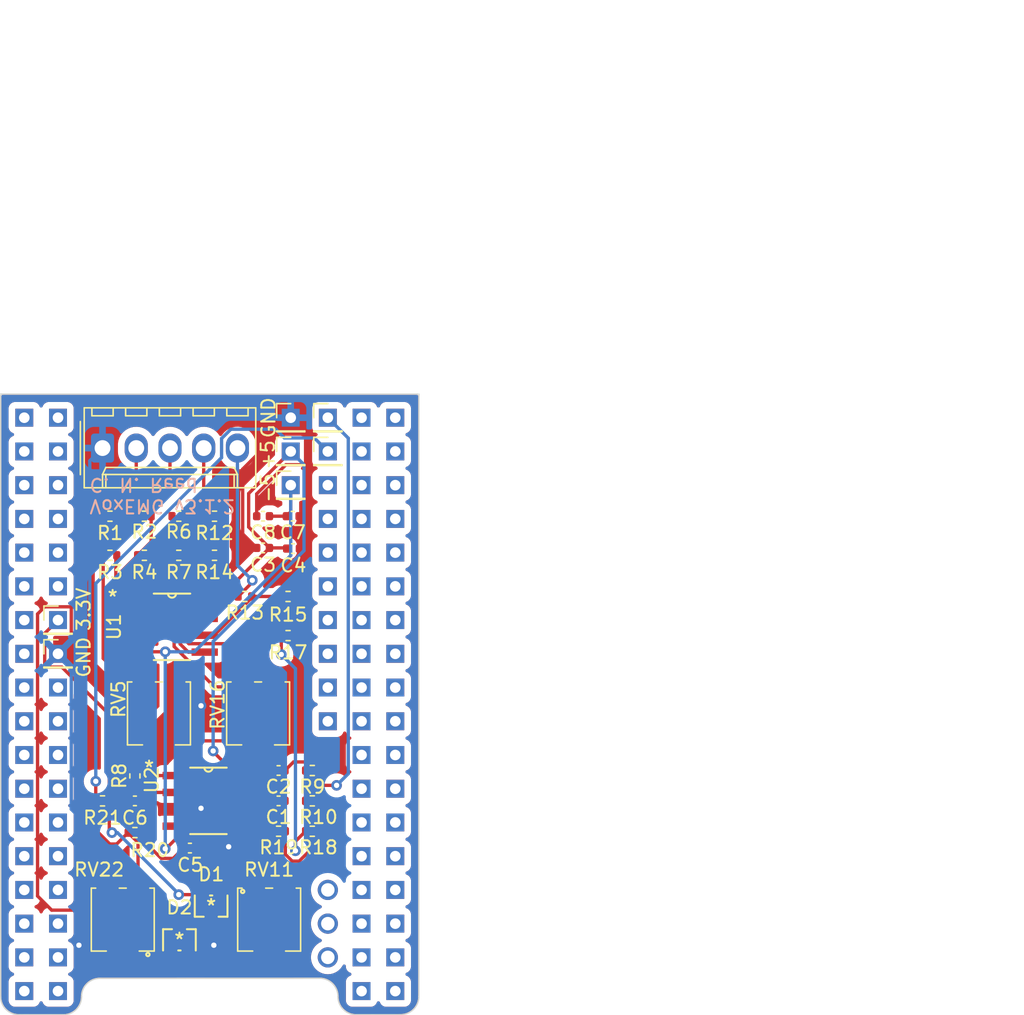
<source format=kicad_pcb>
(kicad_pcb (version 20221018) (generator pcbnew)
  (layers (0 "F.Cu" signal) (31 "B.Cu" signal) (34 "B.Paste" user) (35 "F.Paste" user) (36 "B.SilkS" user "B.Silkscreen") (37 "F.SilkS" user "F.Silkscreen") (38 "B.Mask" user) (39 "F.Mask" user) (44 "Edge.Cuts" user))
  (net 0 "")
  (net 1 "Net-(C1-Pad2)")
  (net 2 "Net-(U2A--)")
  (net 3 "Net-(C2-Pad1)")
  (net 4 "GND")
  (net 5 "Net-(U2B--)")
  (net 6 "Net-(C5-Pad2)")
  (net 7 "Net-(C6-Pad1)")
  (net 8 "Out-A")
  (net 9 "+3.3V")
  (net 10 "Out-B")
  (net 11 "/End-Muscle-A")
  (net 12 "/Mid-Muscle-A")
  (net 13 "/Mid-Muscle-B")
  (net 14 "/End-Muscle-B")
  (net 15 "Net-(U1A-+)")
  (net 16 "Net-(U1A--)")
  (net 17 "Net-(R3-Pad2)")
  (net 18 "Net-(R4-Pad1)")
  (net 19 "Net-(R6-Pad1)")
  (net 20 "Net-(U1B-+)")
  (net 21 "Net-(U1B--)")
  (net 22 "Net-(R14-Pad2)")
  (net 23 "Net-(R15-Pad1)")
  (net 24 "Net-(R17-Pad1)")
  (net 25 "+5V")
  (net 26 "-5V")
  (footprint "Resistor_SMD:R_0402_1005Metric" (layer "F.Cu") (at 148.59 108.966 180)
    (fp_text reference "R10")
    (fp_text value "100kΩ")
  )
  (footprint "Resistor_SMD:R_0402_1005Metric" (layer "F.Cu") (at 133.352 87.5284)
    (fp_text reference "R1")
    (fp_text value "10kΩ")
  )
  (footprint "" (layer "F.Cu") (at 154.8384 120.7516)
    (fp_text reference "")
    (fp_text value "")
  )
  (footprint "Resistor_SMD:R_0402_1005Metric" (layer "F.Cu") (at 141.224 87.5284)
    (fp_text reference "R12")
    (fp_text value "10kΩ")
  )
  (footprint "" (layer "F.Cu") (at 149.7584 85.1916)
    (fp_text reference "")
    (fp_text value "")
  )
  (footprint "Resistor_SMD:R_0402_1005Metric" (layer "F.Cu") (at 143.512 93.5736 180)
    (fp_text reference "R13")
    (fp_text value "10kΩ")
  )
  (footprint "Capacitor_SMD:C_0402_1005Metric" (layer "F.Cu") (at 135.2296 108.968)
    (fp_text reference "C6")
    (fp_text value "10uF")
  )
  (footprint "Resistor_SMD:R_0402_1005Metric" (layer "F.Cu") (at 132.7912 108.968 180)
    (fp_text reference "R21")
    (fp_text value "100kΩ")
  )
  (footprint "" (layer "F.Cu") (at 152.2984 85.1916)
    (fp_text reference "")
    (fp_text value "")
  )
  (footprint "Resistor_SMD:R_0402_1005Metric" (layer "F.Cu") (at 135.2296 107.0884 90)
    (fp_text reference "R8")
    (fp_text value "150kΩ")
  )
  (footprint "Potentiometer_SMD:Potentiometer_Bourns_3314J_Vertical" (layer "F.Cu") (at 145.3388 117.9068)
    (fp_text reference "RV11")
    (fp_text value "100kΩ")
  )
  (footprint "Resistor_SMD:R_0402_1005Metric" (layer "F.Cu") (at 138.5336 90.4748 180)
    (fp_text reference "R7")
    (fp_text value "10kΩ")
  )
  (footprint "" (layer "F.Cu") (at 126.8984 118.2116)
    (fp_text reference "")
    (fp_text value "")
  )
  (footprint "" (layer "F.Cu") (at 129.4384 92.8116)
    (fp_text reference "")
    (fp_text value "")
  )
  (footprint "" (layer "F.Cu") (at 126.8984 123.2916)
    (fp_text reference "")
    (fp_text value "")
  )
  (footprint "" (layer "F.Cu") (at 154.8384 108.0516)
    (fp_text reference "")
    (fp_text value "")
  )
  (footprint "" (layer "F.Cu") (at 152.2984 108.0516)
    (fp_text reference "")
    (fp_text value "")
  )
  (footprint "" (layer "F.Cu") (at 149.7584 115.6716)
    (fp_text reference "")
    (fp_text value "")
  )
  (footprint "BAS4004W:BAS40-04W" (layer "F.Cu") (at 140.97 116.8908 180)
    (fp_text reference "D1")
    (fp_text value "D_Schottky_x2_Serial_AKC" hide)
  )
  (footprint "" (layer "F.Cu") (at 152.2984 80.1116)
    (fp_text reference "")
    (fp_text value "")
  )
  (footprint "OPA1612AID:OPA1612AID" (layer "F.Cu") (at 138.0236 95.8596)
    (fp_text reference "U1")
    (fp_text value "OPA1612AID" hide)
  )
  (footprint "Resistor_SMD:R_0402_1005Metric" (layer "F.Cu") (at 148.59 111.254 180)
    (fp_text reference "R18")
    (fp_text value "10kΩ")
  )
  (footprint "Connector_PinHeader_2.00mm:PinHeader_1x01_P2.00mm_Vertical" (layer "F.Cu") (at 146.9644 82.6516)
    (fp_text reference "+5")
    (fp_text value "+5V")
  )
  (footprint "" (layer "F.Cu") (at 126.8984 115.6716)
    (fp_text reference "")
    (fp_text value "")
  )
  (footprint "" (layer "F.Cu") (at 154.8384 100.4316)
    (fp_text reference "")
    (fp_text value "")
  )
  (footprint "" (layer "F.Cu") (at 126.8984 82.6516)
    (fp_text reference "")
    (fp_text value "")
  )
  (footprint "Resistor_SMD:R_0402_1005Metric" (layer "F.Cu") (at 135.9428 90.4748 180)
    (fp_text reference "R4")
    (fp_text value "100kΩ")
  )
  (footprint "Capacitor_SMD:C_0402_1005Metric" (layer "F.Cu") (at 146.05 106.678 180)
    (fp_text reference "C2")
    (fp_text value "10uF")
  )
  (footprint "Connector_PinHeader_2.00mm:PinHeader_1x01_P2.00mm_Vertical" (layer "F.Cu") (at 129.4384 97.8916)
    (fp_text reference "GND")
    (fp_text value "BelaGND")
  )
  (footprint "" (layer "F.Cu") (at 126.8984 100.4316)
    (fp_text reference "")
    (fp_text value "")
  )
  (footprint "Resistor_SMD:R_0402_1005Metric" (layer "F.Cu") (at 141.224 90.4748 180)
    (fp_text reference "R14")
    (fp_text value "100kΩ")
  )
  (footprint "" (layer "F.Cu") (at 129.4384 80.1116)
    (fp_text reference "")
    (fp_text value "")
  )
  (footprint "Resistor_SMD:R_0402_1005Metric" (layer "F.Cu") (at 146.7632 93.5736 180)
    (fp_text reference "R15")
    (fp_text value "100kΩ")
  )
  (footprint "" (layer "F.Cu") (at 154.8384 118.2116)
    (fp_text reference "")
    (fp_text value "")
  )
  (footprint "Capacitor_SMD:C_0402_1005Metric" (layer "F.Cu") (at 147.1396 89.9668 180)
    (fp_text reference "C4")
    (fp_text value "0.1uF")
  )
  (footprint "" (layer "F.Cu") (at 129.4384 87.7316)
    (fp_text reference "")
    (fp_text value "")
  )
  (footprint "Capacitor_SMD:C_0402_1005Metric" (layer "F.Cu") (at 146.05 108.966)
    (fp_text reference "C1")
    (fp_text value "2nF")
  )
  (footprint "Resistor_SMD:R_0402_1005Metric" (layer "F.Cu") (at 138.5356 87.5284 180)
    (fp_text reference "R6")
    (fp_text value "100Ω")
  )
  (footprint "" (layer "F.Cu") (at 149.7584 90.2716)
    (fp_text reference "")
    (fp_text value "")
  )
  (footprint "" (layer "F.Cu") (at 152.2984 123.2916)
    (fp_text reference "")
    (fp_text value "")
  )
  (footprint "" (layer "F.Cu") (at 154.8384 123.2916)
    (fp_text reference "")
    (fp_text value "")
  )
  (footprint "" (layer "F.Cu") (at 126.8984 92.8116)
    (fp_text reference "")
    (fp_text value "")
  )
  (footprint "" (layer "F.Cu") (at 149.7584 102.9716)
    (fp_text reference "")
    (fp_text value "")
  )
  (footprint "Connector_PinHeader_2.00mm:PinHeader_1x01_P2.00mm_Vertical" (layer "F.Cu") (at 146.9644 80.1116)
    (fp_text reference "GND")
    (fp_text value "BatteryGND")
  )
  (footprint "" (layer "F.Cu") (at 126.8984 120.7516)
    (fp_text reference "")
    (fp_text value "")
  )
  (footprint "" (layer "F.Cu") (at 152.2984 95.3516)
    (fp_text reference "")
    (fp_text value "")
  )
  (footprint "" (layer "F.Cu") (at 152.2984 110.5916)
    (fp_text reference "")
    (fp_text value "")
  )
  (footprint "" (layer "F.Cu") (at 152.2984 90.2716)
    (fp_text reference "")
    (fp_text value "")
  )
  (footprint "" (layer "F.Cu") (at 152.2984 115.6716)
    (fp_text reference "")
    (fp_text value "")
  )
  (footprint "Resistor_SMD:R_0402_1005Metric" (layer "F.Cu") (at 135.9428 87.5284 180)
    (fp_text reference "R2")
    (fp_text value "10kΩ")
  )
  (footprint "" (layer "F.Cu") (at 152.2984 82.6516)
    (fp_text reference "")
    (fp_text value "")
  )
  (footprint "" (layer "F.Cu") (at 154.8384 92.8116)
    (fp_text reference "")
    (fp_text value "")
  )
  (footprint "Potentiometer_SMD:Potentiometer_Bourns_3314J_Vertical" (layer "F.Cu") (at 144.5076 102.3808)
    (fp_text reference "RV16")
    (fp_text value "500Ω")
  )
  (footprint "" (layer "F.Cu") (at 126.8984 113.1316)
    (fp_text reference "")
    (fp_text value "")
  )
  (footprint "" (layer "F.Cu") (at 126.8984 90.2716)
    (fp_text reference "")
    (fp_text value "")
  )
  (footprint "" (layer "F.Cu") (at 149.7584 95.3516)
    (fp_text reference "")
    (fp_text value "")
  )
  (footprint "Resistor_SMD:R_0402_1005Metric" (layer "F.Cu") (at 146.05 111.252 180)
    (fp_text reference "R19")
    (fp_text value "150kΩ")
  )
  (footprint "Connector_Molex:Molex_KK-254_AE-6410-05A_1x05_P2.54mm_Vertical" (layer "F.Cu") (at 132.7912 82.3976)
    (fp_text reference "J1" hide)
    (fp_text value "Conn_01x03_Female")
  )
  (footprint "" (layer "F.Cu") (at 149.7584 118.2116)
    (fp_text reference "")
    (fp_text value "")
  )
  (footprint "Potentiometer_SMD:Potentiometer_Bourns_3314J_Vertical" (layer "F.Cu") (at 137.04 102.3808)
    (fp_text reference "RV5")
    (fp_text value "500Ω")
  )
  (footprint "" (layer "F.Cu") (at 152.2984 97.8916)
    (fp_text reference "")
    (fp_text value "")
  )
  (footprint "" (layer "F.Cu") (at 154.8384 97.8916)
    (fp_text reference "")
    (fp_text value "")
  )
  (footprint "" (layer "F.Cu") (at 154.8384 87.7316)
    (fp_text reference "")
    (fp_text value "")
  )
  (footprint "" (layer "F.Cu") (at 152.2984 102.9716)
    (fp_text reference "")
    (fp_text value "")
  )
  (footprint "" (layer "F.Cu") (at 129.4384 123.2916)
    (fp_text reference "")
    (fp_text value "")
  )
  (footprint "" (layer "F.Cu") (at 154.8384 82.6516)
    (fp_text reference "")
    (fp_text value "")
  )
  (footprint "" (layer "F.Cu") (at 129.4384 120.7516)
    (fp_text reference "")
    (fp_text value "")
  )
  (footprint "Resistor_SMD:R_0402_1005Metric" (layer "F.Cu") (at 133.352 90.4748 180)
    (fp_text reference "R3")
    (fp_text value "100kΩ")
  )
  (footprint "" (layer "F.Cu") (at 126.8984 105.5116)
    (fp_text reference "")
    (fp_text value "")
  )
  (footprint "" (layer "F.Cu") (at 126.8984 95.3516)
    (fp_text reference "")
    (fp_text value "")
  )
  (footprint "" (layer "F.Cu") (at 154.8384 85.1916)
    (fp_text reference "")
    (fp_text value "")
  )
  (footprint "" (layer "F.Cu") (at 154.8384 110.5916)
    (fp_text reference "")
    (fp_text value "")
  )
  (footprint "" (layer "F.Cu") (at 126.8984 108.0516)
    (fp_text reference "")
    (fp_text value "")
  )
  (footprint "" (layer "F.Cu") (at 129.4384 115.6716)
    (fp_text reference "")
    (fp_text value "")
  )
  (footprint "" (layer "F.Cu") (at 149.7584 87.7316)
    (fp_text reference "")
    (fp_text value "")
  )
  (footprint "" (layer "F.Cu") (at 129.4384 118.2116)
    (fp_text reference "")
    (fp_text value "")
  )
  (footprint "" (layer "F.Cu") (at 129.4384 102.9716)
    (fp_text reference "")
    (fp_text value "")
  )
  (footprint "" (layer "F.Cu") (at 126.8984 110.5916)
    (fp_text reference "")
    (fp_text value "")
  )
  (footprint "" (layer "F.Cu") (at 154.8384 80.1116)
    (fp_text reference "")
    (fp_text value "")
  )
  (footprint "" (layer "F.Cu") (at 152.2984 92.8116)
    (fp_text reference "")
    (fp_text value "")
  )
  (footprint "Resistor_SMD:R_0402_1005Metric" (layer "F.Cu") (at 148.59 106.68 180)
    (fp_text reference "R9")
    (fp_text value "1kΩ")
  )
  (footprint "" (layer "F.Cu") (at 154.8384 115.6716)
    (fp_text reference "")
    (fp_text value "")
  )
  (footprint "" (layer "F.Cu") (at 129.4384 82.6516)
    (fp_text reference "")
    (fp_text value "")
  )
  (footprint "" (layer "F.Cu") (at 152.2984 113.1316)
    (fp_text reference "")
    (fp_text value "")
  )
  (footprint "" (layer "F.Cu") (at 152.2984 87.7316)
    (fp_text reference "")
    (fp_text value "")
  )
  (footprint "BAS4004W:BAS40-04W" (layer "F.Cu") (at 138.5824 119.4308)
    (fp_text reference "D2")
    (fp_text value "D_Schottky_x2_Serial_AKC" hide)
  )
  (footprint "Resistor_SMD:R_0402_1005Metric" (layer "F.Cu") (at 135.2296 111.3556 180)
    (fp_text reference "R20")
    (fp_text value "1kΩ")
  )
  (footprint "" (layer "F.Cu") (at 154.8384 90.2716)
    (fp_text reference "")
    (fp_text value "")
  )
  (footprint "" (layer "F.Cu") (at 154.8384 102.9716)
    (fp_text reference "")
    (fp_text value "")
  )
  (footprint "" (layer "F.Cu") (at 129.4384 105.5116)
    (fp_text reference "")
    (fp_text value "")
  )
  (footprint "" (layer "F.Cu") (at 149.7584 120.7516)
    (fp_text reference "")
    (fp_text value "")
  )
  (footprint "" (layer "F.Cu") (at 129.4384 100.4316)
    (fp_text reference "")
    (fp_text value "")
  )
  (footprint "" (layer "F.Cu") (at 129.4384 108.0516)
    (fp_text reference "")
    (fp_text value "")
  )
  (footprint "" (layer "F.Cu") (at 126.8984 97.8916)
    (fp_text reference "")
    (fp_text value "")
  )
  (footprint "" (layer "F.Cu") (at 152.2984 105.5116)
    (fp_text reference "")
    (fp_text value "")
  )
  (footprint "Connector_PinHeader_2.00mm:PinHeader_1x01_P2.00mm_Vertical" (layer "F.Cu") (at 146.9644 85.1916)
    (fp_text reference "-5")
    (fp_text value "-5V")
  )
  (footprint "" (layer "F.Cu") (at 154.8384 113.1316)
    (fp_text reference "")
    (fp_text value "")
  )
  (footprint "" (layer "F.Cu") (at 129.4384 110.5916)
    (fp_text reference "")
    (fp_text value "")
  )
  (footprint "Capacitor_SMD:C_0402_1005Metric" (layer "F.Cu") (at 144.8816 87.5284)
    (fp_text reference "C8")
    (fp_text value "0.1uF")
  )
  (footprint "" (layer "F.Cu") (at 152.2984 120.7516)
    (fp_text reference "")
    (fp_text value "")
  )
  (footprint "" (layer "F.Cu") (at 152.2984 100.4316)
    (fp_text reference "")
    (fp_text value "")
  )
  (footprint "" (layer "F.Cu") (at 149.7584 100.4316)
    (fp_text reference "")
    (fp_text value "")
  )
  (footprint "Potentiometer_SMD:Potentiometer_Bourns_3314J_Vertical" (layer "F.Cu") (at 134.3152 117.9068)
    (fp_text reference "RV22")
    (fp_text value "100kΩ")
  )
  (footprint "OPA1612AID:OPA1612AID" (layer "F.Cu") (at 140.7668 108.966)
    (fp_text reference "U2")
    (fp_text value "OPA1612AID" hide)
  )
  (footprint "" (layer "F.Cu") (at 152.2984 118.2116)
    (fp_text reference "")
    (fp_text value "")
  )
  (footprint "Capacitor_SMD:C_0402_1005Metric" (layer "F.Cu") (at 147.1168 87.5284 180)
    (fp_text reference "C7")
    (fp_text value "10uF")
  )
  (footprint "Resistor_SMD:R_0402_1005Metric" (layer "F.Cu") (at 146.7632 96.52)
    (fp_text reference "R17")
    (fp_text value "100Ω")
  )
  (footprint "" (layer "F.Cu") (at 149.7584 97.8916)
    (fp_text reference "")
    (fp_text value "")
  )
  (footprint "" (layer "F.Cu") (at 126.8984 80.1116)
    (fp_text reference "")
    (fp_text value "")
  )
  (footprint "" (layer "F.Cu") (at 129.4384 113.1316)
    (fp_text reference "")
    (fp_text value "")
  )
  (footprint "" (layer "F.Cu") (at 154.8384 95.3516)
    (fp_text reference "")
    (fp_text value "")
  )
  (footprint "" (layer "F.Cu") (at 129.4384 85.1916)
    (fp_text reference "")
    (fp_text value "")
  )
  (footprint "Capacitor_SMD:C_0402_1005Metric" (layer "F.Cu") (at 144.8816 89.916 180)
    (fp_text reference "C3")
    (fp_text value "10uF")
  )
  (footprint "Connector_PinHeader_2.00mm:PinHeader_1x01_P2.00mm_Vertical" (layer "F.Cu") (at 149.7584 82.6516)
    (fp_text reference "J6" hide)
    (fp_text value "Out-B")
  )
  (footprint "" (layer "F.Cu") (at 149.7584 92.8116)
    (fp_text reference "")
    (fp_text value "")
  )
  (footprint "Capacitor_SMD:C_0402_1005Metric" (layer "F.Cu") (at 139.3724 112.522 180)
    (fp_text reference "C5")
    (fp_text value "2.2nF")
  )
  (footprint "" (layer "F.Cu") (at 126.8984 102.9716)
    (fp_text reference "")
    (fp_text value "")
  )
  (footprint "Connector_PinHeader_2.00mm:PinHeader_1x01_P2.00mm_Vertical" (layer "F.Cu") (at 149.7584 80.1116)
    (fp_text reference "J5" hide)
    (fp_text value "Out-A")
  )
  (footprint "" (layer "F.Cu") (at 129.4384 90.2716)
    (fp_text reference "")
    (fp_text value "")
  )
  (footprint "" (layer "F.Cu") (at 126.8984 85.1916)
    (fp_text reference "")
    (fp_text value "")
  )
  (footprint "" (layer "F.Cu") (at 126.8984 87.7316)
    (fp_text reference "")
    (fp_text value "")
  )
  (footprint "Connector_PinHeader_2.00mm:PinHeader_1x01_P2.00mm_Vertical" (layer "F.Cu") (at 129.4384 95.3516)
    (fp_text reference "3.3V")
    (fp_text value "+3.3V")
  )
  (footprint "" (layer "F.Cu") (at 154.8384 105.5116)
    (fp_text reference "")
    (fp_text value "")
  )
  (gr_line (start 125.1204 78.3336) (end 156.6164 78.3336) (stroke (width 0.1)) (layer "Edge.Cuts"))
  (gr_arc (start 131.211732 123.702668) (mid 131.613464 122.7328) (end 132.583332 122.331068) (stroke (width 0.1)) (layer "Edge.Cuts"))
  (gr_line (start 125.1204 123.698) (end 125.1204 78.3336) (stroke (width 0.1)) (layer "Edge.Cuts"))
  (gr_arc (start 131.211732 123.702668) (mid 130.81 124.672536) (end 129.840132 125.074268) (stroke (width 0.1)) (layer "Edge.Cuts"))
  (gr_arc (start 156.611732 123.693332) (mid 156.21 124.6632) (end 155.240132 125.064932) (stroke (width 0.1)) (layer "Edge.Cuts"))
  (gr_arc (start 149.1488 122.3264) (mid 150.118668 122.728132) (end 150.5204 123.698) (stroke (width 0.1)) (layer "Edge.Cuts"))
  (gr_line (start 156.6164 78.3336) (end 156.611732 123.693332) (stroke (width 0.1)) (layer "Edge.Cuts"))
  (gr_arc (start 151.892 125.0696) (mid 150.922132 124.667868) (end 150.5204 123.698) (stroke (width 0.1)) (layer "Edge.Cuts"))
  (gr_line (start 155.240132 125.064932) (end 151.892 125.0696) (stroke (width 0.1)) (layer "Edge.Cuts"))
  (gr_line (start 149.1488 122.3264) (end 132.583332 122.331068) (stroke (width 0.1)) (layer "Edge.Cuts"))
  (gr_line (start 126.492 125.0696) (end 129.840132 125.074268) (stroke (width 0.1)) (layer "Edge.Cuts"))
  (gr_arc (start 126.492 125.0696) (mid 125.522132 124.667868) (end 125.1204 123.698) (stroke (width 0.1)) (layer "Edge.Cuts"))
  (gr_text "VoxEMG v3.1.2\nC. N. Reed" (at 131.7244 84.582 180) (layer "B.SilkS") (effects (font (size 1 1)) (justify left bottom mirror)))
  (segment (start 145.57 106.678) (end 145.57 107.998391) (width 0.25) (layer "F.Cu") (net 1))
  (segment (start 145.57 107.998391) (end 146.53 108.958391) (width 0.25) (layer "F.Cu") (net 1))
  (segment (start 146.53 108.958391) (end 146.53 108.966) (width 0.25) (layer "F.Cu") (net 1))
  (segment (start 145.318 106.426) (end 145.57 106.678) (width 0.25) (layer "F.Cu") (net 1))
  (segment (start 135.7122 107.061) (end 138.303 107.061) (width 0.25) (layer "F.Cu") (net 1))
  (segment (start 138.303 107.061) (end 138.303 106.5316) (width 0.25) (layer "F.Cu") (net 1))
  (segment (start 135.2296 106.5784) (end 135.7122 107.061) (width 0.25) (layer "F.Cu") (net 1))
  (segment (start 143.9028 106.426) (end 145.318 106.426) (width 0.25) (layer "F.Cu") (net 1))
  (segment (start 138.303 106.5316) (end 140.3898 104.4448) (width 0.25) (layer "F.Cu") (net 1))
  (segment (start 141.9216 104.4448) (end 143.9028 106.426) (width 0.25) (layer "F.Cu") (net 1))
  (segment (start 140.3898 104.4448) (end 141.9216 104.4448) (width 0.25) (layer "F.Cu") (net 1))
  (segment (start 144.5462 107.7266) (end 138.9074 107.7266) (width 0.25) (layer "F.Cu") (net 2))
  (segment (start 136.9568 98.7552) (end 136.9568 101.814) (width 0.25) (layer "F.Cu") (net 2))
  (segment (start 135.2296 107.5984) (end 135.9622 108.331) (width 0.25) (layer "F.Cu") (net 2))
  (segment (start 134.2442 97.1602) (end 134.2442 98.369) (width 0.25) (layer "F.Cu") (net 2))
  (segment (start 134.6304 98.7552) (end 136.9568 98.7552) (width 0.25) (layer "F.Cu") (net 2))
  (segment (start 134.2442 98.369) (end 134.6304 98.7552) (width 0.25) (layer "F.Cu") (net 2))
  (segment (start 134.5846 104.1862) (end 134.5846 106.9534) (width 0.25) (layer "F.Cu") (net 2))
  (segment (start 136.9568 101.814) (end 134.5846 104.1862) (width 0.25) (layer "F.Cu") (net 2))
  (segment (start 136.8754 92.643) (end 136.8754 97.1602) (width 0.25) (layer "F.Cu") (net 2))
  (segment (start 136.8754 97.1602) (end 134.2442 97.1602) (width 0.25) (layer "F.Cu") (net 2))
  (segment (start 138.9074 107.7266) (end 138.303 108.331) (width 0.25) (layer "F.Cu") (net 2))
  (segment (start 139.0436 90.4748) (end 136.8754 92.643) (width 0.25) (layer "F.Cu") (net 2))
  (segment (start 135.9622 108.331) (end 138.303 108.331) (width 0.25) (layer "F.Cu") (net 2))
  (segment (start 145.57 108.966) (end 145.57 108.7504) (width 0.25) (layer "F.Cu") (net 2))
  (segment (start 145.57 108.7504) (end 144.5462 107.7266) (width 0.25) (layer "F.Cu") (net 2))
  (segment (start 134.5846 106.9534) (end 135.2296 107.5984) (width 0.25) (layer "F.Cu") (net 2))
  (segment (start 148.455 106.035) (end 149.1 106.68) (width 0.25) (layer "F.Cu") (net 3))
  (segment (start 147.173 106.035) (end 148.455 106.035) (width 0.25) (layer "F.Cu") (net 3))
  (segment (start 146.53 106.678) (end 147.173 106.035) (width 0.25) (layer "F.Cu") (net 3))
  (segment (start 140.208 101.8032) (end 138.7856 100.3808) (width 0.25) (layer "F.Cu") (net 4))
  (segment (start 138.3792 109.5248) (end 138.303 109.601) (width 0.25) (layer "F.Cu") (net 4))
  (segment (start 144.4016 85.850796) (end 146.600796 83.6516) (width 0.25) (layer "F.Cu") (net 4))
  (segment (start 143.3466 83.9834) (end 146.9644 80.3656) (width 0.25) (layer "F.Cu") (net 4))
  (segment (start 127.8984 116.1316) (end 128.9624 117.1956) (width 0.25) (layer "F.Cu") (net 4))
  (segment (start 146.9644 80.3656) (end 146.9644 80.1116) (width 0.25) (layer "F.Cu") (net 4))
  (segment (start 148.082 81.2292) (end 148.082 83.566) (width 0.25) (layer "F.Cu") (net 4))
  (segment (start 146.600796 83.6516) (end 147.9964 83.6516) (width 0.25) (layer "F.Cu") (net 4))
  (segment (start 147.9964 83.6516) (end 148.082 83.566) (width 0.25) (layer "F.Cu") (net 4))
  (segment (start 148.082 83.566) (end 148.082 87.0432) (width 0.25) (layer "F.Cu") (net 4))
  (segment (start 142.2908 111.8108) (end 143.2306 110.871) (width 0.25) (layer "F.Cu") (net 4))
  (segment (start 143.3466 88.861) (end 143.3466 83.9834) (width 0.25) (layer "F.Cu") (net 4))
  (segment (start 138.19 100.3808) (end 138.19 103.2308) (width 0.25) (layer "F.Cu") (net 4))
  (segment (start 128.4384 94.3516) (end 127.8984 94.8916) (width 0.25) (layer "F.Cu") (net 4))
  (segment (start 146.9644 80.1116) (end 135.0772 80.1116) (width 0.25) (layer "F.Cu") (net 4))
  (segment (start 140.208 109.5248) (end 138.3792 109.5248) (width 0.25) (layer "F.Cu") (net 4))
  (segment (start 141.619999 116.0145) (end 141.619999 119.492001) (width 0.25) (layer "F.Cu") (net 4))
  (segment (start 144.4016 89.916) (end 143.3466 88.861) (width 0.25) (layer "F.Cu") (net 4))
  (segment (start 138.19 103.2308) (end 137.04 104.3808) (width 0.25) (layer "F.Cu") (net 4))
  (segment (start 142.2908 112.4204) (end 142.2908 111.8108) (width 0.25) (layer "F.Cu") (net 4))
  (segment (start 148.082 89.5044) (end 148.082 87.0432) (width 0.25) (layer "F.Cu") (net 4))
  (segment (start 134.3152 119.9068) (end 137.532101 119.9068) (width 0.25) (layer "F.Cu") (net 4))
  (segment (start 148.082 87.0432) (end 147.5968 87.5284) (width 0.25) (layer "F.Cu") (net 4))
  (segment (start 141.619999 116.0145) (end 144.0811 116.0145) (width 0.25) (layer "F.Cu") (net 4))
  (segment (start 138.7856 100.3808) (end 138.19 100.3808) (width 0.25) (layer "F.Cu") (net 4))
  (segment (start 131.4831 120.3071) (end 137.932401 120.3071) (width 0.25) (layer "F.Cu") (net 4))
  (segment (start 141.1732 119.8372) (end 141.1732 119.9388) (width 0.25) (layer "F.Cu") (net 4))
  (segment (start 147.6196 89.9668) (end 148.082 89.5044) (width 0.25) (layer "F.Cu") (net 4))
  (segment (start 147.6196 89.9668) (end 147.8682 90.2154) (width 0.25) (layer "F.Cu") (net 4))
  (segment (start 133.1652 115.9068) (end 133.1652 118.7568) (width 0.25) (layer "F.Cu") (net 4))
  (segment (start 129.4384 97.8916) (end 130.4384 96.8916) (width 0.25) (layer "F.Cu") (net 4))
  (segment (start 141.1732 119.9388) (end 141.224 119.888) (width 0.25) (layer "F.Cu") (net 4))
  (segment (start 145.3388 117.0568) (end 144.1888 115.9068) (width 0.25) (layer "F.Cu") (net 4))
  (segment (start 141.2748 119.8372) (end 141.1732 119.8372) (width 0.25) (layer "F.Cu") (net 4))
  (segment (start 144.4016 87.5284) (end 144.4016 85.850796) (width 0.25) (layer "F.Cu") (net 4))
  (segment (start 133.1652 118.7568) (end 134.3152 119.9068) (width 0.25) (layer "F.Cu") (net 4))
  (segment (start 146.9644 80.1116) (end 148.082 81.2292) (width 0.25) (layer "F.Cu") (net 4))
  (segment (start 147.8682 98.1702) (end 145.6576 100.3808) (width 0.25) (layer "F.Cu") (net 4))
  (segment (start 130.4384 94.3516) (end 128.4384 94.3516) (width 0.25) (layer "F.Cu") (net 4))
  (segment (start 131.8764 117.1956) (end 133.1652 115.9068) (width 0.25) (layer "F.Cu") (net 4))
  (segment (start 147.8682 90.2154) (end 147.8682 98.1702) (width 0.25) (layer "F.Cu") (net 4))
  (segment (start 141.619999 119.492001) (end 141.2748 119.8372) (width 0.25) (layer "F.Cu") (net 4))
  (segment (start 137.532101 119.9068) (end 137.932401 120.3071) (width 0.25) (layer "F.Cu") (net 4))
  (segment (start 144.0811 116.0145) (end 144.1888 115.9068) (width 0.25) (layer "F.Cu") (net 4))
  (segment (start 145.3388 119.9068) (end 145.3388 117.0568) (width 0.25) (layer "F.Cu") (net 4))
  (segment (start 131.0132 119.8372) (end 131.4831 120.3071) (width 0.25) (layer "F.Cu") (net 4))
  (segment (start 145.6576 100.3808) (end 145.6576 103.2308) (width 0.25) (layer "F.Cu") (net 4))
  (segment (start 128.9624 117.1956) (end 131.8764 117.1956) (width 0.25) (layer "F.Cu") (net 4))
  (segment (start 130.4384 96.8916) (end 130.4384 94.3516) (width 0.25) (layer "F.Cu") (net 4))
  (segment (start 127.8984 94.8916) (end 127.8984 116.1316) (width 0.25) (layer "F.Cu") (net 4))
  (segment (start 145.6576 103.2308) (end 144.5076 104.3808) (width 0.25) (layer "F.Cu") (net 4))
  (segment (start 135.0772 80.1116) (end 132.7912 82.3976) (width 0.25) (layer "F.Cu") (net 4))
  (via (at 140.208 101.8032) (size 0.8) (drill 0.4) (layers "F.Cu" "B.Cu") (net 4))
  (via (at 140.208 109.5248) (size 0.8) (drill 0.4) (layers "F.Cu" "B.Cu") (net 4))
  (via (at 142.2908 112.4204) (size 0.8) (drill 0.4) (layers "F.Cu" "B.Cu") (net 4))
  (via (at 131.0132 119.8372) (size 0.8) (drill 0.4) (layers "F.Cu" "B.Cu") (net 4))
  (via (at 141.1732 119.8372) (size 0.8) (drill 0.4) (layers "F.Cu" "B.Cu") (net 4))
  (segment (start 140.208 109.5248) (end 140.208 101.8032) (width 0.25) (layer "B.Cu") (net 4))
  (segment (start 131.8332 83.3556) (end 132.7912 82.3976) (width 0.25) (layer "B.Cu") (net 4))
  (segment (start 141.1732 119.8372) (end 131.0132 119.8372) (width 0.25) (layer "B.Cu") (net 4))
  (segment (start 140.208 110.3376) (end 140.208 109.5248) (width 0.25) (layer "B.Cu") (net 4))
  (segment (start 130.4384 98.8916) (end 129.4384 97.8916) (width 0.25) (layer "B.Cu") (net 4))
  (segment (start 131.0132 119.8372) (end 131.064 119.8372) (width 0.25) (layer "B.Cu") (net 4))
  (segment (start 142.2908 112.4204) (end 140.208 110.3376) (width 0.25) (layer "B.Cu") (net 4))
  (segment (start 140.208 109.5248) (end 140.208 109.5756) (width 0.25) (layer "B.Cu") (net 4))
  (segment (start 142.2908 118.7196) (end 142.2908 112.4204) (width 0.25) (layer "B.Cu") (net 4))
  (segment (start 130.4384 109.5916) (end 130.4384 98.8916) (width 0.25) (layer "B.Cu") (net 4))
  (segment (start 142.2908 112.4204) (end 142.2908 112.4712) (width 0.25) (layer "B.Cu") (net 4))
  (segment (start 140.684 119.8372) (end 130.4384 109.5916) (width 0.25) (layer "B.Cu") (net 4))
  (segment (start 129.4384 97.8916) (end 131.8332 95.4968) (width 0.25) (layer "B.Cu") (net 4))
  (segment (start 141.1732 119.8372) (end 142.2908 118.7196) (width 0.25) (layer "B.Cu") (net 4))
  (segment (start 140.208 101.8032) (end 140.208 101.9048) (width 0.25) (layer "B.Cu") (net 4))
  (segment (start 131.8332 95.4968) (end 131.8332 83.3556) (width 0.25) (layer "B.Cu") (net 4))
  (segment (start 141.1732 119.8372) (end 140.684 119.8372) (width 0.25) (layer "B.Cu") (net 4))
  (segment (start 139.8524 112.268) (end 142.5194 109.601) (width 0.25) (layer "F.Cu") (net 5))
  (segment (start 146.56 112.990505) (end 147.075497 113.506002) (width 0.25) (layer "F.Cu") (net 5))
  (segment (start 147.075497 113.506002) (end 147.600598 113.506002) (width 0.25) (layer "F.Cu") (net 5))
  (segment (start 149.1 112.0066) (end 149.1 111.254) (width 0.25) (layer "F.Cu") (net 5))
  (segment (start 142.5194 109.601) (end 143.2306 109.601) (width 0.25) (layer "F.Cu") (net 5))
  (segment (start 139.8524 112.522) (end 139.8524 112.268) (width 0.25) (layer "F.Cu") (net 5))
  (segment (start 143.2306 109.601) (end 144.909 109.601) (width 0.25) (layer "F.Cu") (net 5))
  (segment (start 146.56 111.252) (end 146.56 112.990505) (width 0.25) (layer "F.Cu") (net 5))
  (segment (start 144.909 109.601) (end 146.56 111.252) (width 0.25) (layer "F.Cu") (net 5))
  (segment (start 147.600598 113.506002) (end 149.1 112.0066) (width 0.25) (layer "F.Cu") (net 5))
  (segment (start 138.1166 113.2978) (end 138.8924 112.522) (width 0.25) (layer "F.Cu") (net 6))
  (segment (start 138.8924 112.522) (end 138.8924 112.2016) (width 0.25) (layer "F.Cu") (net 6))
  (segment (start 142.763 108.331) (end 143.2306 108.331) (width 0.25) (layer "F.Cu") (net 6))
  (segment (start 138.8924 112.529609) (end 138.8924 112.522) (width 0.25) (layer "F.Cu") (net 6))
  (segment (start 138.8924 112.2016) (end 142.763 108.331) (width 0.25) (layer "F.Cu") (net 6))
  (segment (start 135.7096 108.968) (end 136.3346 109.593) (width 0.25) (layer "F.Cu") (net 6))
  (segment (start 136.3346 109.593) (end 136.3346 112.417105) (width 0.25) (layer "F.Cu") (net 6))
  (segment (start 143.635 113.157) (end 139.519791 113.157) (width 0.25) (layer "F.Cu") (net 6))
  (segment (start 145.54 111.252) (end 143.635 113.157) (width 0.25) (layer "F.Cu") (net 6))
  (segment (start 137.215295 113.2978) (end 138.1166 113.2978) (width 0.25) (layer "F.Cu") (net 6))
  (segment (start 139.519791 113.157) (end 138.8924 112.529609) (width 0.25) (layer "F.Cu") (net 6))
  (segment (start 136.3346 112.417105) (end 137.215295 113.2978) (width 0.25) (layer "F.Cu") (net 6))
  (segment (start 134.7496 110.3656) (end 134.7496 108.968) (width 0.25) (layer "F.Cu") (net 7))
  (segment (start 135.7396 111.3556) (end 134.7496 110.3656) (width 0.25) (layer "F.Cu") (net 7))
  (segment (start 140.97 117.7671) (end 140.97 115.201699) (width 0.25) (layer "F.Cu") (net 8))
  (segment (start 148.08 108.966) (end 148.08 109.263462) (width 0.25) (layer "F.Cu") (net 8))
  (segment (start 149.695 110.878462) (end 149.695 112.7006) (width 0.25) (layer "F.Cu") (net 8))
  (segment (start 140.97 115.201699) (end 141.589899 114.5818) (width 0.25) (layer "F.Cu") (net 8))
  (segment (start 148.08 109.263462) (end 149.695 110.878462) (width 0.25) (layer "F.Cu") (net 8))
  (segment (start 149.1976 107.7976) (end 150.4188 107.7976) (width 0.25) (layer "F.Cu") (net 8))
  (segment (start 145.1638 114.5818) (end 146.4888 115.9068) (width 0.25) (layer "F.Cu") (net 8))
  (segment (start 148.08 106.68) (end 149.1976 107.7976) (width 0.25) (layer "F.Cu") (net 8))
  (segment (start 141.589899 114.5818) (end 145.1638 114.5818) (width 0.25) (layer "F.Cu") (net 8))
  (segment (start 148.08 108.966) (end 148.08 106.68) (width 0.25) (layer "F.Cu") (net 8))
  (segment (start 149.695 112.7006) (end 146.4888 115.9068) (width 0.25) (layer "F.Cu") (net 8))
  (via (at 150.4188 107.7976) (size 0.8) (drill 0.4) (layers "F.Cu" "B.Cu") (net 8))
  (segment (start 150.4188 107.7976) (end 151.2984 106.918) (width 0.25) (layer "B.Cu") (net 8))
  (segment (start 151.2984 81.6516) (end 149.7584 80.1116) (width 0.25) (layer "B.Cu") (net 8))
  (segment (start 151.2984 106.918) (end 151.2984 81.6516) (width 0.25) (layer "B.Cu") (net 8))
  (segment (start 150.145 112.886996) (end 150.145 110.011) (width 0.25) (layer "F.Cu") (net 9))
  (segment (start 146.564168 121.2318) (end 147.4638 120.332168) (width 0.25) (layer "F.Cu") (net 9))
  (segment (start 139.232399 117.102102) (end 140.320001 116.0145) (width 0.25) (layer "F.Cu") (net 9))
  (segment (start 139.232399 120.3071) (end 139.232399 117.102102) (width 0.25) (layer "F.Cu") (net 9))
  (segment (start 146.564168 121.2318) (end 140.157099 121.2318) (width 0.25) (layer "F.Cu") (net 9))
  (segment (start 129.7272 98.8916) (end 133.3012 102.4656) (width 0.25) (layer "F.Cu") (net 9))
  (segment (start 138.5316 116.0272) (end 140.307301 116.0272) (width 0.25) (layer "F.Cu") (net 9))
  (segment (start 133.3012 108.968) (end 133.3012 111.1524) (width 0.25) (layer "F.Cu") (net 9))
  (segment (start 128.4384 96.3516) (end 128.4384 98.8916) (width 0.25) (layer "F.Cu") (net 9))
  (segment (start 147.4638 115.568196) (end 150.145 112.886996) (width 0.25) (layer "F.Cu") (net 9))
  (segment (start 133.3012 111.1524) (end 133.5024 111.3536) (width 0.25) (layer "F.Cu") (net 9))
  (segment (start 150.145 110.011) (end 149.1 108.966) (width 0.25) (layer "F.Cu") (net 9))
  (segment (start 128.4384 98.8916) (end 129.7272 98.8916) (width 0.25) (layer "F.Cu") (net 9))
  (segment (start 129.4384 95.3516) (end 128.4384 96.3516) (width 0.25) (layer "F.Cu") (net 9))
  (segment (start 140.157099 121.2318) (end 139.232399 120.3071) (width 0.25) (layer "F.Cu") (net 9))
  (segment (start 133.3012 102.4656) (end 133.3012 108.968) (width 0.25) (layer "F.Cu") (net 9))
  (segment (start 140.307301 116.0272) (end 140.320001 116.0145) (width 0.25) (layer "F.Cu") (net 9))
  (segment (start 147.4638 120.332168) (end 147.4638 115.568196) (width 0.25) (layer "F.Cu") (net 9))
  (via (at 138.5316 116.0272) (size 0.8) (drill 0.4) (layers "F.Cu" "B.Cu") (net 9))
  (via (at 133.5024 111.3536) (size 0.8) (drill 0.4) (layers "F.Cu" "B.Cu") (net 9))
  (segment (start 133.9088 111.3536) (end 138.5316 115.9764) (width 0.25) (layer "B.Cu") (net 9))
  (segment (start 138.5316 116.0272) (end 138.5824 116.0272) (width 0.25) (layer "B.Cu") (net 9))
  (segment (start 138.5824 116.0272) (end 138.5316 115.9764) (width 0.25) (layer "B.Cu") (net 9))
  (segment (start 138.5316 115.9764) (end 138.5316 116.0272) (width 0.25) (layer "B.Cu") (net 9))
  (segment (start 133.5024 111.3536) (end 133.9088 111.3536) (width 0.25) (layer "B.Cu") (net 9))
  (segment (start 138.5824 118.5545) (end 138.1129 118.5545) (width 0.25) (layer "F.Cu") (net 10))
  (segment (start 132.2812 108.968) (end 132.2812 107.4948) (width 0.25) (layer "F.Cu") (net 10))
  (segment (start 138.1129 118.5545) (end 135.4652 115.9068) (width 0.25) (layer "F.Cu") (net 10))
  (segment (start 135.4652 112.1012) (end 134.7196 111.3556) (width 0.25) (layer "F.Cu") (net 10))
  (segment (start 133.340695 112.2172) (end 133.858 112.2172) (width 0.25) (layer "F.Cu") (net 10))
  (segment (start 132.2812 107.4948) (end 132.2832 107.4928) (width 0.25) (layer "F.Cu") (net 10))
  (segment (start 132.2812 108.968) (end 132.2812 111.157705) (width 0.25) (layer "F.Cu") (net 10))
  (segment (start 133.858 112.2172) (end 134.7196 111.3556) (width 0.25) (layer "F.Cu") (net 10))
  (segment (start 134.7196 111.3556) (end 134.6688 111.3556) (width 0.25) (layer "F.Cu") (net 10))
  (segment (start 132.2812 111.157705) (end 133.340695 112.2172) (width 0.25) (layer "F.Cu") (net 10))
  (segment (start 135.4652 115.9068) (end 135.4652 112.1012) (width 0.25) (layer "F.Cu") (net 10))
  (via (at 132.2832 107.4928) (size 0.8) (drill 0.4) (layers "F.Cu" "B.Cu") (net 10))
  (segment (start 132.2832 107.4928) (end 132.2324 107.4928) (width 0.25) (layer "B.Cu") (net 10))
  (segment (start 148.7424 81.6356) (end 149.7584 82.6516) (width 0.25) (layer "B.Cu") (net 10))
  (segment (start 142.456215 80.9776) (end 145.8304 80.9776) (width 0.25) (layer "B.Cu") (net 10))
  (segment (start 145.8304 80.9776) (end 146.4884 81.6356) (width 0.25) (layer "B.Cu") (net 10))
  (segment (start 146.4884 81.6356) (end 148.7424 81.6356) (width 0.25) (layer "B.Cu") (net 10))
  (segment (start 141.7562 83.117585) (end 141.7562 81.677615) (width 0.25) (layer "B.Cu") (net 10))
  (segment (start 132.2832 107.4928) (end 132.2832 92.590585) (width 0.25) (layer "B.Cu") (net 10))
  (segment (start 132.2832 92.590585) (end 141.7562 83.117585) (width 0.25) (layer "B.Cu") (net 10))
  (segment (start 141.7562 81.677615) (end 142.456215 80.9776) (width 0.25) (layer "B.Cu") (net 10))
  (segment (start 132.2324 107.4928) (end 132.2832 107.442) (width 0.25) (layer "B.Cu") (net 10))
  (segment (start 132.2832 107.442) (end 132.2832 107.4928) (width 0.25) (layer "B.Cu") (net 10))
  (segment (start 135.3312 86.0592) (end 133.862 87.5284) (width 0.25) (layer "F.Cu") (net 11))
  (segment (start 135.3312 82.3976) (end 135.3312 86.0592) (width 0.25) (layer "F.Cu") (net 11))
  (segment (start 137.8712 82.3976) (end 137.8712 85.09) (width 0.25) (layer "F.Cu") (net 12))
  (segment (start 137.8712 85.09) (end 135.4328 87.5284) (width 0.25) (layer "F.Cu") (net 12))
  (segment (start 144.0688 92.3544) (end 144.0688 92.3036) (width 0.25) (layer "F.Cu") (net 13))
  (segment (start 144.0688 92.5068) (end 144.0688 92.3544) (width 0.25) (layer "F.Cu") (net 13))
  (segment (start 143.002 93.5736) (end 144.0688 92.5068) (width 0.25) (layer "F.Cu") (net 13))
  (via (at 144.0688 92.3544) (size 0.8) (drill 0.4) (layers "F.Cu" "B.Cu") (net 13))
  (segment (start 144.0688 92.3544) (end 142.9512 91.2368) (width 0.25) (layer "B.Cu") (net 13))
  (segment (start 142.9512 91.2368) (end 142.9512 82.3976) (width 0.25) (layer "B.Cu") (net 13))
  (segment (start 141.734 87.5284) (end 140.4112 86.2056) (width 0.25) (layer "F.Cu") (net 14))
  (segment (start 140.4112 86.2056) (end 140.4112 82.3976) (width 0.25) (layer "F.Cu") (net 14))
  (segment (start 132.842 89.4548) (end 133.862 90.4748) (width 0.25) (layer "F.Cu") (net 15))
  (segment (start 132.842 87.5284) (end 132.842 89.4548) (width 0.25) (layer "F.Cu") (net 15))
  (segment (start 134.6962 96.4946) (end 135.5598 96.4946) (width 0.25) (layer "F.Cu") (net 15))
  (segment (start 133.7942 90.5426) (end 133.7942 95.5926) (width 0.25) (layer "F.Cu") (net 15))
  (segment (start 133.7942 95.5926) (end 134.6962 96.4946) (width 0.25) (layer "F.Cu") (net 15))
  (segment (start 133.862 90.4748) (end 133.7942 90.5426) (width 0.25) (layer "F.Cu") (net 15))
  (segment (start 134.9098 95.2246) (end 135.5598 95.2246) (width 0.25) (layer "F.Cu") (net 16))
  (segment (start 134.2442 94.559) (end 134.9098 95.2246) (width 0.25) (layer "F.Cu") (net 16))
  (segment (start 136.4528 89.4548) (end 135.4328 90.4748) (width 0.25) (layer "F.Cu") (net 16))
  (segment (start 134.2442 91.6634) (end 134.2442 94.559) (width 0.25) (layer "F.Cu") (net 16))
  (segment (start 136.4528 87.5284) (end 136.4528 89.4548) (width 0.25) (layer "F.Cu") (net 16))
  (segment (start 135.4328 90.4748) (end 134.2442 91.6634) (width 0.25) (layer "F.Cu") (net 16))
  (segment (start 134.99 100.3808) (end 132.842 98.2328) (width 0.25) (layer "F.Cu") (net 17))
  (segment (start 135.89 100.3808) (end 134.99 100.3808) (width 0.25) (layer "F.Cu") (net 17))
  (segment (start 132.842 98.2328) (end 132.842 90.4748) (width 0.25) (layer "F.Cu") (net 17))
  (segment (start 138.0256 87.5284) (end 138.0256 88.902) (width 0.25) (layer "F.Cu") (net 18))
  (segment (start 138.0256 88.902) (end 136.4528 90.4748) (width 0.25) (layer "F.Cu") (net 18))
  (segment (start 135.5598 92.9386) (end 135.5598 93.9546) (width 0.25) (layer "F.Cu") (net 19))
  (segment (start 138.0236 90.4748) (end 135.5598 92.9386) (width 0.25) (layer "F.Cu") (net 19))
  (segment (start 139.0456 87.5284) (end 139.0456 89.4528) (width 0.25) (layer "F.Cu") (net 19))
  (segment (start 139.0456 89.4528) (end 138.0236 90.4748) (width 0.25) (layer "F.Cu") (net 19))
  (segment (start 141.734 88.5484) (end 140.714 87.5284) (width 0.25) (layer "F.Cu") (net 20))
  (segment (start 138.6332 93.8888) (end 141.734 90.788) (width 0.25) (layer "F.Cu") (net 20))
  (segment (start 141.734 90.4748) (end 141.734 88.5484) (width 0.25) (layer "F.Cu") (net 20))
  (segment (start 141.734 90.788) (end 141.734 90.4748) (width 0.25) (layer "F.Cu") (net 20))
  (segment (start 138.6332 97.151) (end 138.6332 93.8888) (width 0.25) (layer "F.Cu") (net 20))
  (segment (start 140.4874 97.7646) (end 139.2468 97.7646) (width 0.25) (layer "F.Cu") (net 20))
  (segment (start 139.2468 97.7646) (end 138.6332 97.151) (width 0.25) (layer "F.Cu") (net 20))
  (segment (start 144.022 93.6712) (end 144.022 93.5736) (width 0.25) (layer "F.Cu") (net 21))
  (segment (start 144.022 93.5736) (end 146.2532 93.5736) (width 0.25) (layer "F.Cu") (net 21))
  (segment (start 141.1986 96.4946) (end 144.022 93.6712) (width 0.25) (layer "F.Cu") (net 21))
  (segment (start 140.4874 96.4946) (end 141.1986 96.4946) (width 0.25) (layer "F.Cu") (net 21))
  (segment (start 138.1832 97.34) (end 138.1832 93.0056) (width 0.25) (layer "F.Cu") (net 22))
  (segment (start 141.224 100.3808) (end 143.3576 100.3808) (width 0.25) (layer "F.Cu") (net 22))
  (segment (start 138.1832 97.34) (end 141.224 100.3808) (width 0.25) (layer "F.Cu") (net 22))
  (segment (start 138.1832 93.0056) (end 140.714 90.4748) (width 0.25) (layer "F.Cu") (net 22))
  (segment (start 147.2732 93.5736) (end 147.2732 96.52) (width 0.25) (layer "F.Cu") (net 23))
  (segment (start 146.2532 97.9424) (end 146.2532 96.52) (width 0.25) (layer "F.Cu") (net 24))
  (segment (start 148.08 111.254) (end 147.32 112.014) (width 0.25) (layer "F.Cu") (net 24))
  (segment (start 140.4874 95.2246) (end 139.7762 95.2246) (width 0.25) (layer "F.Cu") (net 24))
  (segment (start 139.1718 97.0078) (end 139.2936 97.1296) (width 0.25) (layer "F.Cu") (net 24))
  (segment (start 139.2936 97.1296) (end 145.6436 97.1296) (width 0.25) (layer "F.Cu") (net 24))
  (segment (start 145.6436 97.1296) (end 146.2532 96.52) (width 0.25) (layer "F.Cu") (net 24))
  (segment (start 139.1718 95.829) (end 139.1718 97.0078) (width 0.25) (layer "F.Cu") (net 24))
  (segment (start 147.32 112.014) (end 147.32 112.7252) (width 0.25) (layer "F.Cu") (net 24))
  (segment (start 139.7762 95.2246) (end 139.1718 95.829) (width 0.25) (layer "F.Cu") (net 24))
  (via (at 147.32 112.7252) (size 0.8) (drill 0.4) (layers "F.Cu" "B.Cu") (net 24))
  (via (at 146.2532 97.9424) (size 0.8) (drill 0.4) (layers "F.Cu" "B.Cu") (net 24))
  (segment (start 147.32 112.7252) (end 147.32 99.0092) (width 0.25) (layer "B.Cu") (net 24))
  (segment (start 146.2532 97.9424) (end 146.2532 97.9424) (width 0.25) (layer "B.Cu") (net 24))
  (segment (start 147.32 99.0092) (end 146.2532 97.9424) (width 0.25) (layer "B.Cu") (net 24))
  (segment (start 146.2532 97.9424) (end 146.2532 97.9424) (width 0.25) (layer "B.Cu") (net 24))
  (segment (start 146.2532 97.9424) (end 146.304 97.9932) (width 0.25) (layer "B.Cu") (net 24))
  (segment (start 146.6088 89.916) (end 146.6596 89.9668) (width 0.25) (layer "F.Cu") (net 25))
  (segment (start 143.7966 88.343391) (end 145.3616 89.908391) (width 0.25) (layer "F.Cu") (net 25))
  (segment (start 142.9258 107.061) (end 141.1224 105.2576) (width 0.25) (layer "F.Cu") (net 25))
  (segment (start 141.1224 105.2068) (end 141.0716 105.2068) (width 0.25) (layer "F.Cu") (net 25))
  (segment (start 143.7966 85.8194) (end 143.7966 88.343391) (width 0.25) (layer "F.Cu") (net 25))
  (segment (start 141.5134 92.9286) (end 142.356609 92.9286) (width 0.25) (layer "F.Cu") (net 25))
  (segment (start 146.9644 82.6516) (end 143.7966 85.8194) (width 0.25) (layer "F.Cu") (net 25))
  (segment (start 145.3616 89.923609) (end 145.3616 89.916) (width 0.25) (layer "F.Cu") (net 25))
  (segment (start 145.3616 89.908391) (end 145.3616 89.916) (width 0.25) (layer "F.Cu") (net 25))
  (segment (start 142.356609 92.9286) (end 145.3616 89.923609) (width 0.25) (layer "F.Cu") (net 25))
  (segment (start 145.3616 89.916) (end 146.6088 89.916) (width 0.25) (layer "F.Cu") (net 25))
  (segment (start 141.0716 105.2068) (end 141.1224 105.2576) (width 0.25) (layer "F.Cu") (net 25))
  (segment (start 140.4874 93.9546) (end 141.5134 92.9286) (width 0.25) (layer "F.Cu") (net 25))
  (segment (start 141.1224 105.2576) (end 141.1224 105.2068) (width 0.25) (layer "F.Cu") (net 25))
  (segment (start 143.2306 107.061) (end 142.9258 107.061) (width 0.25) (layer "F.Cu") (net 25))
  (via (at 141.1224 105.2068) (size 0.8) (drill 0.4) (layers "F.Cu" "B.Cu") (net 25))
  (segment (start 147.9644 83.6516) (end 146.9644 82.6516) (width 0.25) (layer "B.Cu") (net 25))
  (segment (start 147.9644 90.120501) (end 147.9644 83.6516) (width 0.25) (layer "B.Cu") (net 25))
  (segment (start 141.1224 105.2068) (end 141.1224 96.962501) (width 0.25) (layer "B.Cu") (net 25))
  (segment (start 141.1224 96.962501) (end 147.9644 90.120501) (width 0.25) (layer "B.Cu") (net 25))
  (segment (start 146.6368 87.5284) (end 145.3616 87.5284) (width 0.25) (layer "F.Cu") (net 26))
  (segment (start 137.5156 112.6236) (end 137.5664 112.5728) (width 0.25) (layer "F.Cu") (net 26))
  (segment (start 137.5156 97.7392) (end 135.5852 97.7392) (width 0.25) (layer "F.Cu") (net 26))
  (segment (start 137.5156 112.5728) (end 137.5156 112.6236) (width 0.25) (layer "F.Cu") (net 26))
  (segment (start 137.5664 112.5728) (end 137.5156 112.5728) (width 0.25) (layer "F.Cu") (net 26))
  (segment (start 138.303 110.871) (end 138.303 111.8362) (width 0.25) (layer "F.Cu") (net 26))
  (segment (start 146.9644 85.1916) (end 146.9644 87.2008) (width 0.25) (layer "F.Cu") (net 26))
  (segment (start 138.303 111.8362) (end 137.5664 112.5728) (width 0.25) (layer "F.Cu") (net 26))
  (segment (start 135.5852 97.7392) (end 135.5598 97.7646) (width 0.25) (layer "F.Cu") (net 26))
  (segment (start 146.9644 87.2008) (end 146.6368 87.5284) (width 0.25) (layer "F.Cu") (net 26))
  (via (at 137.5156 112.5728) (size 0.8) (drill 0.4) (layers "F.Cu" "B.Cu") (net 26))
  (via (at 137.5156 97.7392) (size 0.8) (drill 0.4) (layers "F.Cu" "B.Cu") (net 26))
  (segment (start 146.9644 85.1916) (end 146.9644 90.484105) (width 0.25) (layer "B.Cu") (net 26))
  (segment (start 137.5156 112.5728) (end 137.5156 97.7392) (width 0.25) (layer "B.Cu") (net 26))
  (segment (start 146.9644 90.484105) (end 139.709305 97.7392) (width 0.25) (layer "B.Cu") (net 26))
  (segment (start 139.709305 97.7392) (end 137.5156 97.7392) (width 0.25) (layer "B.Cu") (net 26))
  (zone (net 4) (net_name "GND") (layer "F.Cu") (connect_pads yes (clearance 0.508)) (min_thickness 0.25) (fill yes (thermal_gap 0.5) (thermal_bridge_width 0.5))
    (polygon (pts (xy 125.1204 78.3336) (xy 156.6164 78.3336) (xy 156.6164 125.0696) (xy 125.1204 125.0696)))
  )
  (zone (net 4) (net_name "GND") (layer "B.Cu") (priority 1) (connect_pads (clearance 0.508)) (min_thickness 0.25) (fill yes (thermal_gap 0.5) (thermal_bridge_width 0.5))
    (polygon (pts (xy 125.1204 78.3336) (xy 156.6164 78.3336) (xy 156.6164 125.0696) (xy 125.1204 125.0696)))
  )
)
</source>
